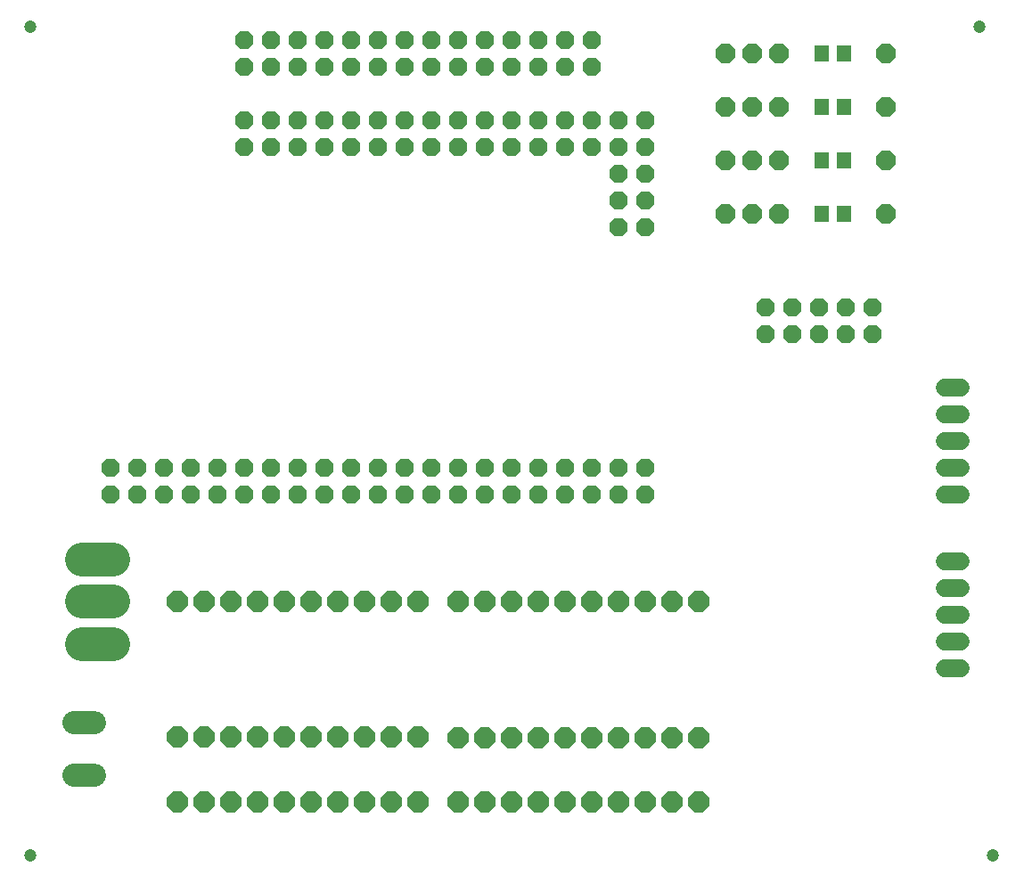
<source format=gbr>
G04 EAGLE Gerber RS-274X export*
G75*
%MOMM*%
%FSLAX34Y34*%
%LPD*%
%INSoldermask Top*%
%IPPOS*%
%AMOC8*
5,1,8,0,0,1.08239X$1,22.5*%
G01*
%ADD10C,1.203200*%
%ADD11C,1.727200*%
%ADD12P,2.034460X8X22.500000*%
%ADD13P,2.144431X8X112.500000*%
%ADD14R,1.400000X1.600000*%
%ADD15C,3.213100*%
%ADD16P,1.852186X8X22.500000*%
%ADD17P,1.869504X8X22.500000*%
%ADD18C,2.184400*%


D10*
X-12700Y838200D03*
X-12700Y50800D03*
X901700Y50800D03*
X889000Y838200D03*
D11*
X871220Y330200D02*
X855980Y330200D01*
X855980Y304800D02*
X871220Y304800D01*
X871220Y279400D02*
X855980Y279400D01*
X855980Y254000D02*
X871220Y254000D01*
X871220Y228600D02*
X855980Y228600D01*
X855980Y393700D02*
X871220Y393700D01*
X871220Y419100D02*
X855980Y419100D01*
X855980Y444500D02*
X871220Y444500D01*
X871220Y469900D02*
X855980Y469900D01*
X855980Y495300D02*
X871220Y495300D01*
D12*
X647700Y812800D03*
X673100Y812800D03*
X647700Y762000D03*
X673100Y762000D03*
X647700Y711200D03*
X673100Y711200D03*
X647700Y660400D03*
X673100Y660400D03*
D13*
X127000Y163830D03*
X152400Y163830D03*
X177800Y163830D03*
X203200Y163830D03*
X228600Y163830D03*
X254000Y163830D03*
X279400Y163830D03*
X304800Y163830D03*
X330200Y163830D03*
X355600Y163830D03*
X127000Y292100D03*
X152400Y292100D03*
X177800Y292100D03*
X203200Y292100D03*
X228600Y292100D03*
X254000Y292100D03*
X279400Y292100D03*
X304800Y292100D03*
X330200Y292100D03*
X355600Y292100D03*
D12*
X698500Y812800D03*
X800100Y812800D03*
D14*
X739046Y812800D03*
X759554Y812800D03*
D12*
X698500Y762000D03*
X800100Y762000D03*
D14*
X739046Y762000D03*
X759554Y762000D03*
D12*
X698500Y711200D03*
X800100Y711200D03*
D14*
X739046Y711200D03*
X759554Y711200D03*
D12*
X698500Y660400D03*
X800100Y660400D03*
D14*
X739046Y660400D03*
X759554Y660400D03*
D15*
X65850Y251968D02*
X35751Y251968D01*
X35751Y292100D02*
X65850Y292100D01*
X65850Y332232D02*
X35751Y332232D01*
D16*
X63500Y419100D03*
X88900Y419100D03*
X114300Y419100D03*
X139700Y419100D03*
X165100Y419100D03*
X190500Y419100D03*
X215900Y419100D03*
X241300Y419100D03*
X266700Y419100D03*
X292100Y419100D03*
X317500Y419100D03*
X342900Y419100D03*
X368300Y419100D03*
X393700Y419100D03*
X419100Y419100D03*
X444500Y419100D03*
X469900Y419100D03*
X495300Y419100D03*
X520700Y419100D03*
X546100Y419100D03*
X571500Y419100D03*
X63500Y393700D03*
X88900Y393700D03*
X114300Y393700D03*
X139700Y393700D03*
X165100Y393700D03*
X190500Y393700D03*
X215900Y393700D03*
X241300Y393700D03*
X266700Y393700D03*
X292100Y393700D03*
X317500Y393700D03*
X342900Y393700D03*
X368300Y393700D03*
X393700Y393700D03*
X419100Y393700D03*
X444500Y393700D03*
X469900Y393700D03*
X495300Y393700D03*
X520700Y393700D03*
X546100Y393700D03*
X571500Y393700D03*
X571500Y749300D03*
X571500Y723900D03*
X546100Y749300D03*
X546100Y723900D03*
X520700Y749300D03*
X520700Y723900D03*
X495300Y749300D03*
X495300Y723900D03*
X469900Y749300D03*
X469900Y723900D03*
X444500Y749300D03*
X444500Y723900D03*
X419100Y749300D03*
X419100Y723900D03*
X393700Y749300D03*
X393700Y723900D03*
X368300Y749300D03*
X368300Y723900D03*
X342900Y749300D03*
X342900Y723900D03*
X317500Y749300D03*
X317500Y723900D03*
X292100Y749300D03*
X292100Y723900D03*
X266700Y749300D03*
X266700Y723900D03*
X241300Y749300D03*
X241300Y723900D03*
X215900Y749300D03*
X215900Y723900D03*
X190500Y749300D03*
X190500Y723900D03*
X546100Y698500D03*
X571500Y698500D03*
X546100Y673100D03*
X546100Y647700D03*
X571500Y673100D03*
X571500Y647700D03*
D17*
X685800Y546100D03*
X711200Y546100D03*
X736600Y546100D03*
X762000Y546100D03*
X787400Y546100D03*
X685800Y571500D03*
X711200Y571500D03*
X736600Y571500D03*
X762000Y571500D03*
X787400Y571500D03*
D13*
X127000Y101600D03*
X152400Y101600D03*
X177800Y101600D03*
X203200Y101600D03*
X228600Y101600D03*
X254000Y101600D03*
X279400Y101600D03*
X304800Y101600D03*
X330200Y101600D03*
X355600Y101600D03*
X393700Y101600D03*
X419100Y101600D03*
X444500Y101600D03*
X469900Y101600D03*
X495300Y101600D03*
X520700Y101600D03*
X546100Y101600D03*
X571500Y101600D03*
X596900Y101600D03*
X622300Y101600D03*
X393700Y162560D03*
X419100Y162560D03*
X444500Y162560D03*
X469900Y162560D03*
X495300Y162560D03*
X520700Y162560D03*
X546100Y162560D03*
X571500Y162560D03*
X596900Y162560D03*
X622300Y162560D03*
X393700Y292100D03*
X419100Y292100D03*
X444500Y292100D03*
X469900Y292100D03*
X495300Y292100D03*
X520700Y292100D03*
X546100Y292100D03*
X571500Y292100D03*
X596900Y292100D03*
X622300Y292100D03*
D18*
X48006Y177546D02*
X28194Y177546D01*
X28194Y127508D02*
X48006Y127508D01*
D17*
X190500Y800100D03*
X190500Y825500D03*
X215900Y800100D03*
X215900Y825500D03*
X241300Y800100D03*
X241300Y825500D03*
X266700Y800100D03*
X266700Y825500D03*
X292100Y800100D03*
X292100Y825500D03*
X317500Y800100D03*
X317500Y825500D03*
X342900Y800100D03*
X342900Y825500D03*
X368300Y800100D03*
X368300Y825500D03*
X393700Y800100D03*
X393700Y825500D03*
X419100Y800100D03*
X419100Y825500D03*
X444500Y800100D03*
X444500Y825500D03*
X469900Y800100D03*
X469900Y825500D03*
X495300Y800100D03*
X495300Y825500D03*
X520700Y800100D03*
X520700Y825500D03*
M02*

</source>
